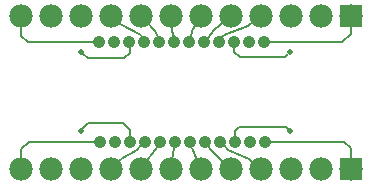
<source format=gtl>
G04 MADE WITH FRITZING*
G04 WWW.FRITZING.ORG*
G04 DOUBLE SIDED*
G04 HOLES PLATED*
G04 CONTOUR ON CENTER OF CONTOUR VECTOR*
%ASAXBY*%
%FSLAX23Y23*%
%MOIN*%
%OFA0B0*%
%SFA1.0B1.0*%
%ADD10C,0.042426*%
%ADD11C,0.078000*%
%ADD12C,0.018661*%
%ADD13R,0.078000X0.078000*%
%ADD14C,0.008000*%
%LNCOPPER1*%
G90*
G70*
G54D10*
X320Y148D03*
X370Y148D03*
X420Y148D03*
X470Y148D03*
X520Y148D03*
X570Y148D03*
X620Y148D03*
X670Y148D03*
X720Y148D03*
X770Y148D03*
X820Y148D03*
X870Y148D03*
X318Y481D03*
X368Y481D03*
X418Y481D03*
X468Y481D03*
X518Y481D03*
X568Y481D03*
X618Y481D03*
X668Y481D03*
X718Y481D03*
X768Y481D03*
X818Y481D03*
X868Y481D03*
G54D11*
X1155Y567D03*
X1055Y567D03*
X955Y567D03*
X855Y567D03*
X755Y567D03*
X655Y567D03*
X555Y567D03*
X455Y567D03*
X355Y567D03*
X255Y567D03*
X155Y567D03*
X55Y567D03*
X1155Y57D03*
X1055Y57D03*
X955Y57D03*
X855Y57D03*
X755Y57D03*
X655Y57D03*
X555Y57D03*
X455Y57D03*
X355Y57D03*
X255Y57D03*
X155Y57D03*
X55Y57D03*
G54D12*
X256Y447D03*
X954Y447D03*
X256Y184D03*
X954Y182D03*
G54D13*
X1155Y567D03*
X1155Y57D03*
G54D14*
X55Y501D02*
X80Y481D01*
D02*
X55Y543D02*
X55Y501D01*
D02*
X80Y481D02*
X301Y481D01*
D02*
X279Y428D02*
X264Y441D01*
D02*
X399Y428D02*
X279Y428D01*
D02*
X419Y443D02*
X399Y428D01*
D02*
X419Y464D02*
X419Y443D01*
D02*
X388Y540D02*
X374Y552D01*
D02*
X460Y495D02*
X455Y504D01*
D02*
X455Y504D02*
X388Y540D01*
D02*
X504Y518D02*
X512Y496D01*
D02*
X472Y550D02*
X504Y518D01*
D02*
X558Y543D02*
X561Y518D01*
D02*
X561Y518D02*
X565Y497D01*
D02*
X628Y518D02*
X622Y497D01*
D02*
X643Y546D02*
X628Y518D01*
D02*
X701Y520D02*
X679Y494D01*
D02*
X736Y551D02*
X701Y520D01*
D02*
X734Y504D02*
X727Y495D01*
D02*
X836Y552D02*
X813Y532D01*
D02*
X813Y532D02*
X734Y504D01*
D02*
X947Y439D02*
X938Y429D01*
D02*
X767Y447D02*
X768Y464D01*
D02*
X787Y430D02*
X767Y447D01*
D02*
X938Y429D02*
X787Y430D01*
D02*
X1155Y505D02*
X1127Y479D01*
D02*
X1127Y479D02*
X885Y481D01*
D02*
X1155Y543D02*
X1155Y505D01*
D02*
X55Y124D02*
X55Y82D01*
D02*
X303Y148D02*
X82Y148D01*
D02*
X82Y148D02*
X55Y124D01*
D02*
X279Y211D02*
X398Y211D01*
D02*
X398Y211D02*
X419Y188D01*
D02*
X262Y192D02*
X279Y211D01*
D02*
X419Y188D02*
X419Y165D01*
D02*
X389Y89D02*
X443Y119D01*
D02*
X443Y119D02*
X458Y136D01*
D02*
X373Y74D02*
X389Y89D01*
D02*
X503Y119D02*
X512Y133D01*
D02*
X470Y76D02*
X503Y119D01*
D02*
X560Y87D02*
X566Y126D01*
D02*
X644Y85D02*
X628Y127D01*
D02*
X691Y119D02*
X680Y134D01*
D02*
X737Y74D02*
X691Y119D01*
D02*
X815Y91D02*
X748Y121D01*
D02*
X836Y73D02*
X815Y91D01*
D02*
X748Y121D02*
X732Y136D01*
D02*
X783Y196D02*
X770Y184D01*
D02*
X770Y184D02*
X770Y165D01*
D02*
X947Y189D02*
X940Y196D01*
D02*
X940Y196D02*
X783Y196D01*
D02*
X1155Y127D02*
X1133Y146D01*
D02*
X1133Y146D02*
X887Y148D01*
D02*
X1155Y82D02*
X1155Y127D01*
G04 End of Copper1*
M02*
</source>
